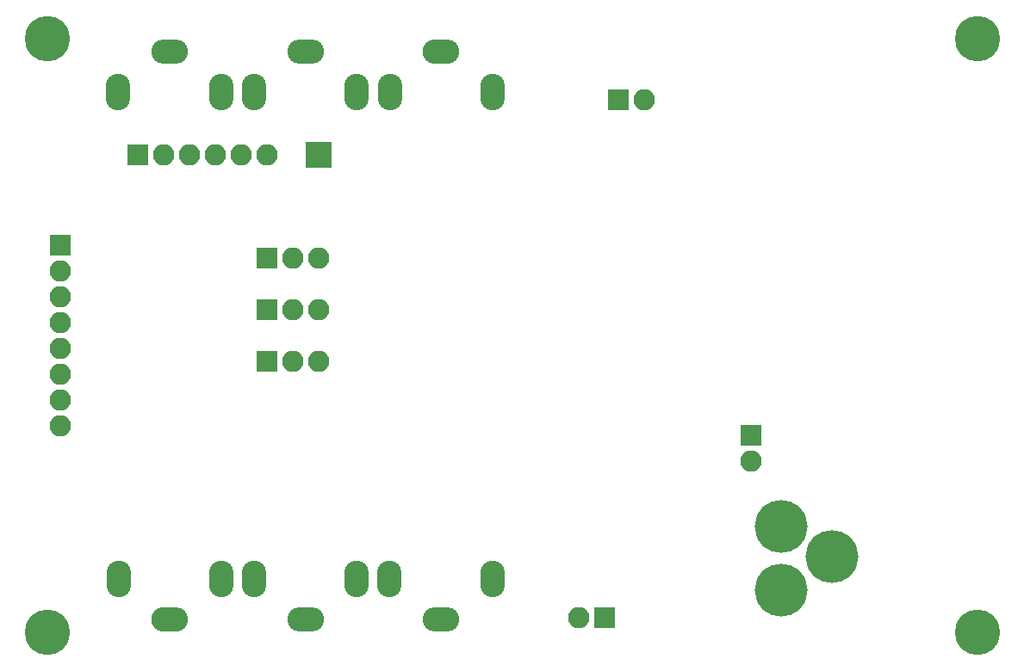
<source format=gbs>
%TF.GenerationSoftware,KiCad,Pcbnew,4.0.7*%
%TF.CreationDate,2017-09-19T21:00:18+02:00*%
%TF.ProjectId,TMS9929_RGB_Adapter,544D53393932395F5247425F41646170,0*%
%TF.FileFunction,Soldermask,Bot*%
%FSLAX46Y46*%
G04 Gerber Fmt 4.6, Leading zero omitted, Abs format (unit mm)*
G04 Created by KiCad (PCBNEW 4.0.7) date 09/19/17 21:00:18*
%MOMM*%
%LPD*%
G01*
G04 APERTURE LIST*
%ADD10C,0.101600*%
%ADD11C,4.464000*%
%ADD12R,2.635200X2.635200*%
%ADD13O,2.400000X3.600000*%
%ADD14O,3.600000X2.400000*%
%ADD15O,2.398980X3.597860*%
%ADD16O,3.597860X2.398980*%
%ADD17R,2.100000X2.100000*%
%ADD18O,2.100000X2.100000*%
%ADD19C,5.200000*%
G04 APERTURE END LIST*
D10*
D11*
X3810000Y62230000D03*
X95250000Y62230000D03*
X95250000Y3810000D03*
X3810000Y3810000D03*
D12*
X30480000Y50800000D03*
D13*
X20925000Y9080000D03*
D14*
X15875000Y5080000D03*
D13*
X10825000Y9080000D03*
D15*
X24155400Y56962040D03*
D16*
X29210000Y60960000D03*
D15*
X34264600Y56962040D03*
X10820400Y56962040D03*
D16*
X15875000Y60960000D03*
D15*
X20929600Y56962040D03*
D13*
X37495000Y56960000D03*
D14*
X42545000Y60960000D03*
D13*
X47595000Y56960000D03*
D15*
X34264600Y9077960D03*
D16*
X29210000Y5080000D03*
D15*
X24155400Y9077960D03*
X47599600Y9077960D03*
D16*
X42545000Y5080000D03*
D15*
X37490400Y9077960D03*
D17*
X73025000Y23177500D03*
D18*
X73025000Y20637500D03*
D17*
X58578750Y5238750D03*
D18*
X56038750Y5238750D03*
D17*
X60007500Y56197500D03*
D18*
X62547500Y56197500D03*
D19*
X75946000Y7924000D03*
X75946000Y14224000D03*
X80946000Y11224000D03*
D17*
X12700000Y50800000D03*
D18*
X15240000Y50800000D03*
X17780000Y50800000D03*
X20320000Y50800000D03*
X22860000Y50800000D03*
X25400000Y50800000D03*
D17*
X5080000Y41910000D03*
D18*
X5080000Y39370000D03*
X5080000Y36830000D03*
X5080000Y34290000D03*
X5080000Y31750000D03*
X5080000Y29210000D03*
X5080000Y26670000D03*
X5080000Y24130000D03*
D17*
X25400000Y35560000D03*
D18*
X27940000Y35560000D03*
X30480000Y35560000D03*
D17*
X25400000Y30480000D03*
D18*
X27940000Y30480000D03*
X30480000Y30480000D03*
D17*
X25400000Y40640000D03*
D18*
X27940000Y40640000D03*
X30480000Y40640000D03*
M02*

</source>
